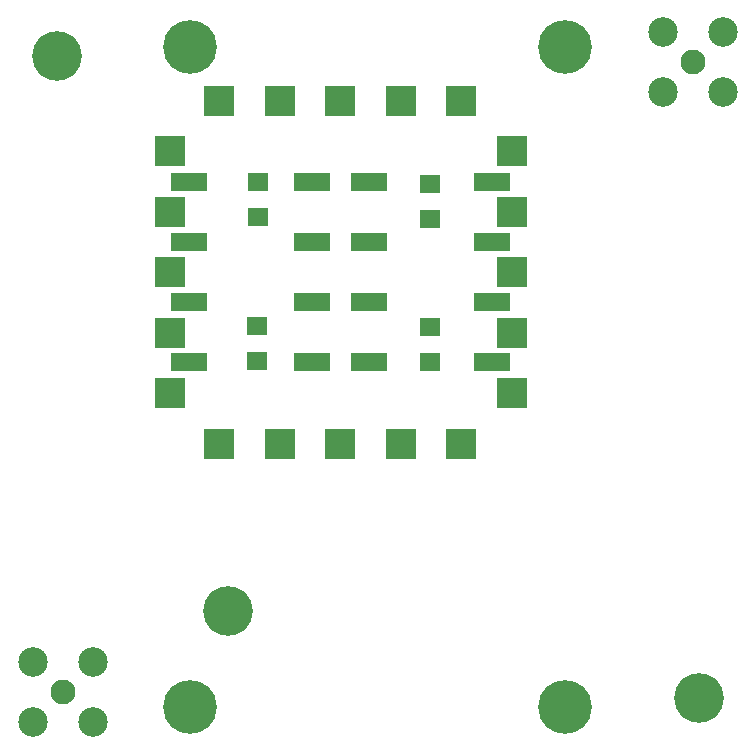
<source format=gts>
G04 Layer_Color=8388736*
%FSLAX44Y44*%
%MOMM*%
G71*
G01*
G75*
%ADD29R,1.7000X1.5000*%
%ADD30R,2.6416X2.6416*%
%ADD31R,3.1496X1.6256*%
%ADD32C,2.1016*%
%ADD33C,2.5016*%
%ADD34C,4.5466*%
%ADD35C,4.2000*%
D29*
X-272961Y481382D02*
D03*
Y451382D02*
D03*
X-419650Y361279D02*
D03*
Y331279D02*
D03*
X-272961Y360028D02*
D03*
Y330028D02*
D03*
X-418869Y482790D02*
D03*
Y452790D02*
D03*
D30*
X-349250Y551434D02*
D03*
X-297942Y261366D02*
D03*
X-493014Y509016D02*
D03*
Y457708D02*
D03*
Y406400D02*
D03*
Y355092D02*
D03*
Y303784D02*
D03*
X-451866Y261366D02*
D03*
X-400558D02*
D03*
X-349250D02*
D03*
X-246634D02*
D03*
X-204216Y303784D02*
D03*
Y355092D02*
D03*
Y406400D02*
D03*
Y509016D02*
D03*
X-246634Y551434D02*
D03*
X-204216Y457708D02*
D03*
X-297942Y551434D02*
D03*
X-400558D02*
D03*
X-451866D02*
D03*
D31*
X-325120Y482600D02*
D03*
X-220980Y330200D02*
D03*
Y482600D02*
D03*
Y431800D02*
D03*
Y381000D02*
D03*
X-325120Y431800D02*
D03*
Y381000D02*
D03*
Y330200D02*
D03*
X-477520D02*
D03*
Y381000D02*
D03*
Y431800D02*
D03*
X-373380Y381000D02*
D03*
Y431800D02*
D03*
Y482600D02*
D03*
Y330200D02*
D03*
X-477520Y482600D02*
D03*
D32*
X-50800Y584200D02*
D03*
X-584200Y50800D02*
D03*
D33*
X-25400Y609600D02*
D03*
X-76200D02*
D03*
Y558800D02*
D03*
X-25400D02*
D03*
X-558800Y25400D02*
D03*
X-609600D02*
D03*
Y76200D02*
D03*
X-558800D02*
D03*
D34*
X-476250Y596900D02*
D03*
X-158750D02*
D03*
Y38100D02*
D03*
X-476250D02*
D03*
D35*
X-45700Y45700D02*
D03*
X-444500Y119400D02*
D03*
X-589300Y589300D02*
D03*
M02*

</source>
